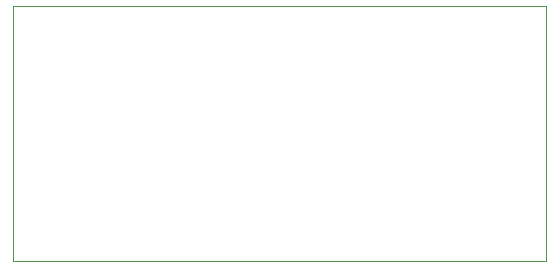
<source format=gbr>
G75*
%MOIN*%
%OFA0B0*%
%FSLAX25Y25*%
%IPPOS*%
%LPD*%
%AMOC8*
5,1,8,0,0,1.08239X$1,22.5*
%
%ADD10C,0.00000*%
D10*
X0010000Y0000000D02*
X0187701Y0000000D01*
X0187701Y0084961D01*
X0010000Y0084961D01*
X0010000Y0000000D01*
M02*

</source>
